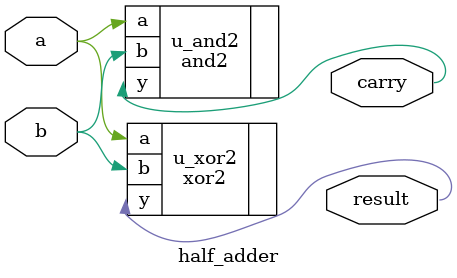
<source format=sv>
module half_adder(
    input  wire a,
    input  wire b,
    output wire result,
    output wire carry
);
    xor2 u_xor2(.a(a), .b(b), .y(result));
    and2 u_and2(.a(a), .b(b), .y(carry));
endmodule

</source>
